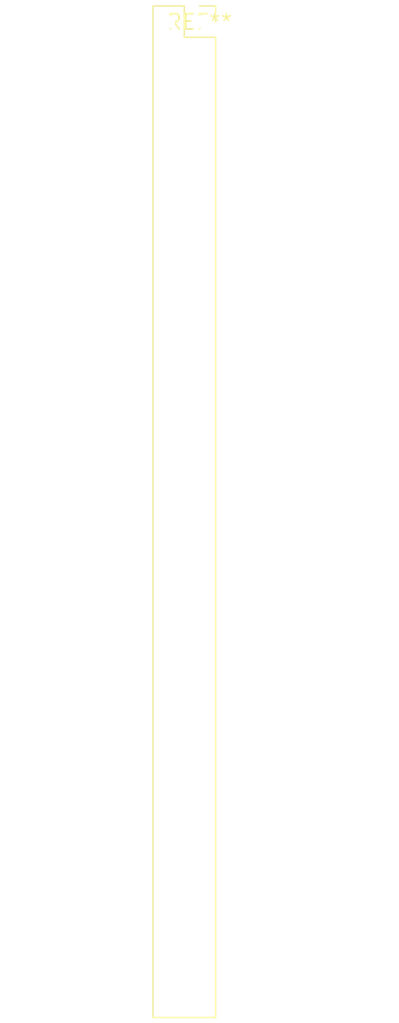
<source format=kicad_pcb>
(kicad_pcb (version 20240108) (generator pcbnew)
  (layers (0 "F.Cu" signal) (31 "B.Cu" signal) (34 "B.Paste" user) (35 "F.Paste" user) (36 "B.SilkS" user "B.Silkscreen") (37 "F.SilkS" user "F.Silkscreen") (38 "B.Mask" user) (39 "F.Mask" user) (44 "Edge.Cuts" user))
  (net 0 "")
  (footprint "PinSocket_2x33_P2.54mm_Vertical" (layer "F.Cu") (at 0 0)
    (property "Reference" "REF**")
    (property "Value" "PinSocket_2x33_P2.54mm_Vertical")
    (fp_line (start -3.87 -1.33) (end -3.87 82.61) (layer "F.SilkS") (stroke (width 0.12)))
    (fp_line (start -3.87 -1.33) (end -1.27 -1.33) (layer "F.SilkS") (stroke (width 0.12)))
    (fp_line (start -3.87 82.61) (end 1.33 82.61) (layer "F.SilkS") (stroke (width 0.12)))
    (fp_line (start -1.27 -1.33) (end -1.27 1.27) (layer "F.SilkS") (stroke (width 0.12)))
    (fp_line (start -1.27 1.27) (end 1.33 1.27) (layer "F.SilkS") (stroke (width 0.12)))
    (fp_line (start 0 -1.33) (end 1.33 -1.33) (layer "F.SilkS") (stroke (width 0.12)))
    (fp_line (start 1.33 -1.33) (end 1.33 0) (layer "F.SilkS") (stroke (width 0.12)))
    (fp_line (start 1.33 1.27) (end 1.33 82.61) (layer "F.SilkS") (stroke (width 0.12)))
    (pad "1" thru_hole rect (at 0 0) (size 1.7 1.7) (drill 1) (layers *.Cu *.Mask) (remove_unused_layers))
    (pad "2" thru_hole oval (at -2.54 0) (size 1.7 1.7) (drill 1) (layers *.Cu *.Mask) (remove_unused_layers))
    (pad "3" thru_hole oval (at 0 2.54) (size 1.7 1.7) (drill 1) (layers *.Cu *.Mask) (remove_unused_layers))
    (pad "4" thru_hole oval (at -2.54 2.54) (size 1.7 1.7) (drill 1) (layers *.Cu *.Mask) (remove_unused_layers))
    (pad "5" thru_hole oval (at 0 5.08) (size 1.7 1.7) (drill 1) (layers *.Cu *.Mask) (remove_unused_layers))
    (pad "6" thru_hole oval (at -2.54 5.08) (size 1.7 1.7) (drill 1) (layers *.Cu *.Mask) (remove_unused_layers))
    (pad "7" thru_hole oval (at 0 7.62) (size 1.7 1.7) (drill 1) (layers *.Cu *.Mask) (remove_unused_layers))
    (pad "8" thru_hole oval (at -2.54 7.62) (size 1.7 1.7) (drill 1) (layers *.Cu *.Mask) (remove_unused_layers))
    (pad "9" thru_hole oval (at 0 10.16) (size 1.7 1.7) (drill 1) (layers *.Cu *.Mask) (remove_unused_layers))
    (pad "10" thru_hole oval (at -2.54 10.16) (size 1.7 1.7) (drill 1) (layers *.Cu *.Mask) (remove_unused_layers))
    (pad "11" thru_hole oval (at 0 12.7) (size 1.7 1.7) (drill 1) (layers *.Cu *.Mask) (remove_unused_layers))
    (pad "12" thru_hole oval (at -2.54 12.7) (size 1.7 1.7) (drill 1) (layers *.Cu *.Mask) (remove_unused_layers))
    (pad "13" thru_hole oval (at 0 15.24) (size 1.7 1.7) (drill 1) (layers *.Cu *.Mask) (remove_unused_layers))
    (pad "14" thru_hole oval (at -2.54 15.24) (size 1.7 1.7) (drill 1) (layers *.Cu *.Mask) (remove_unused_layers))
    (pad "15" thru_hole oval (at 0 17.78) (size 1.7 1.7) (drill 1) (layers *.Cu *.Mask) (remove_unused_layers))
    (pad "16" thru_hole oval (at -2.54 17.78) (size 1.7 1.7) (drill 1) (layers *.Cu *.Mask) (remove_unused_layers))
    (pad "17" thru_hole oval (at 0 20.32) (size 1.7 1.7) (drill 1) (layers *.Cu *.Mask) (remove_unused_layers))
    (pad "18" thru_hole oval (at -2.54 20.32) (size 1.7 1.7) (drill 1) (layers *.Cu *.Mask) (remove_unused_layers))
    (pad "19" thru_hole oval (at 0 22.86) (size 1.7 1.7) (drill 1) (layers *.Cu *.Mask) (remove_unused_layers))
    (pad "20" thru_hole oval (at -2.54 22.86) (size 1.7 1.7) (drill 1) (layers *.Cu *.Mask) (remove_unused_layers))
    (pad "21" thru_hole oval (at 0 25.4) (size 1.7 1.7) (drill 1) (layers *.Cu *.Mask) (remove_unused_layers))
    (pad "22" thru_hole oval (at -2.54 25.4) (size 1.7 1.7) (drill 1) (layers *.Cu *.Mask) (remove_unused_layers))
    (pad "23" thru_hole oval (at 0 27.94) (size 1.7 1.7) (drill 1) (layers *.Cu *.Mask) (remove_unused_layers))
    (pad "24" thru_hole oval (at -2.54 27.94) (size 1.7 1.7) (drill 1) (layers *.Cu *.Mask) (remove_unused_layers))
    (pad "25" thru_hole oval (at 0 30.48) (size 1.7 1.7) (drill 1) (layers *.Cu *.Mask) (remove_unused_layers))
    (pad "26" thru_hole oval (at -2.54 30.48) (size 1.7 1.7) (drill 1) (layers *.Cu *.Mask) (remove_unused_layers))
    (pad "27" thru_hole oval (at 0 33.02) (size 1.7 1.7) (drill 1) (layers *.Cu *.Mask) (remove_unused_layers))
    (pad "28" thru_hole oval (at -2.54 33.02) (size 1.7 1.7) (drill 1) (layers *.Cu *.Mask) (remove_unused_layers))
    (pad "29" thru_hole oval (at 0 35.56) (size 1.7 1.7) (drill 1) (layers *.Cu *.Mask) (remove_unused_layers))
    (pad "30" thru_hole oval (at -2.54 35.56) (size 1.7 1.7) (drill 1) (layers *.Cu *.Mask) (remove_unused_layers))
    (pad "31" thru_hole oval (at 0 38.1) (size 1.7 1.7) (drill 1) (layers *.Cu *.Mask) (remove_unused_layers))
    (pad "32" thru_hole oval (at -2.54 38.1) (size 1.7 1.7) (drill 1) (layers *.Cu *.Mask) (remove_unused_layers))
    (pad "33" thru_hole oval (at 0 40.64) (size 1.7 1.7) (drill 1) (layers *.Cu *.Mask) (remove_unused_layers))
    (pad "34" thru_hole oval (at -2.54 40.64) (size 1.7 1.7) (drill 1) (layers *.Cu *.Mask) (remove_unused_layers))
    (pad "35" thru_hole oval (at 0 43.18) (size 1.7 1.7) (drill 1) (layers *.Cu *.Mask) (remove_unused_layers))
    (pad "36" thru_hole oval (at -2.54 43.18) (size 1.7 1.7) (drill 1) (layers *.Cu *.Mask) (remove_unused_layers))
    (pad "37" thru_hole oval (at 0 45.72) (size 1.7 1.7) (drill 1) (layers *.Cu *.Mask) (remove_unused_layers))
    (pad "38" thru_hole oval (at -2.54 45.72) (size 1.7 1.7) (drill 1) (layers *.Cu *.Mask) (remove_unused_layers))
    (pad "39" thru_hole oval (at 0 48.26) (size 1.7 1.7) (drill 1) (layers *.Cu *.Mask) (remove_unused_layers))
    (pad "40" thru_hole oval (at -2.54 48.26) (size 1.7 1.7) (drill 1) (layers *.Cu *.Mask) (remove_unused_layers))
    (pad "41" thru_hole oval (at 0 50.8) (size 1.7 1.7) (drill 1) (layers *.Cu *.Mask) (remove_unused_layers))
    (pad "42" thru_hole oval (at -2.54 50.8) (size 1.7 1.7) (drill 1) (layers *.Cu *.Mask) (remove_unused_layers))
    (pad "43" thru_hole oval (at 0 53.34) (size 1.7 1.7) (drill 1) (layers *.Cu *.Mask) (remove_unused_layers))
    (pad "44" thru_hole oval (at -2.54 53.34) (size 1.7 1.7) (drill 1) (layers *.Cu *.Mask) (remove_unused_layers))
    (pad "45" thru_hole oval (at 0 55.88) (size 1.7 1.7) (drill 1) (layers *.Cu *.Mask) (remove_unused_layers))
    (pad "46" thru_hole oval (at -2.54 55.88) (size 1.7 1.7) (drill 1) (layers *.Cu *.Mask) (remove_unused_layers))
    (pad "47" thru_hole oval (at 0 58.42) (size 1.7 1.7) (drill 1) (layers *.Cu *.Mask) (remove_unused_layers))
    (pad "48" thru_hole oval (at -2.54 58.42) (size 1.7 1.7) (drill 1) (layers *.Cu *.Mask) (remove_unused_layers))
    (pad "49" thru_hole oval (at 0 60.96) (size 1.7 1.7) (drill 1) (layers *.Cu *.Mask) (remove_unused_layers))
    (pad "50" thru_hole oval (at -2.54 60.96) (size 1.7 1.7) (drill 1) (layers *.Cu *.Mask) (remove_unused_layers))
    (pad "51" thru_hole oval (at 0 63.5) (size 1.7 1.7) (drill 1) (layers *.Cu *.Mask) (remove_unused_layers))
    (pad "52" thru_hole oval (at -2.54 63.5) (size 1.7 1.7) (drill 1) (layers *.Cu *.Mask) (remove_unused_layers))
    (pad "53" thru_hole oval (at 0 66.04) (size 1.7 1.7) (drill 1) (layers *.Cu *.Mask) (remove_unused_layers))
    (pad "54" thru_hole oval (at -2.54 66.04) (size 1.7 1.7) (drill 1) (layers *.Cu *.Mask) (remove_unused_layers))
    (pad "55" thru_hole oval (at 0 68.58) (size 1.7 1.7) (drill 1) (layers *.Cu *.Mask) (remove_unused_layers))
    (pad "56" thru_hole oval (at -2.54 68.58) (size 1.7 1.7) (drill 1) (layers *.Cu *.Mask) (remove_unused_layers))
    (pad "57" thru_hole oval (at 0 71.12) (size 1.7 1.7) (drill 1) (layers *.Cu *.Mask) (remove_unused_layers))
    (pad "58" thru_hole oval (at -2.54 71.12) (size 1.7 1.7) (drill 1) (layers *.Cu *.Mask) (remove_unused_layers))
    (pad "59" thru_hole oval (at 0 73.66) (size 1.7 1.7) (drill 1) (layers *.Cu *.Mask) (remove_unused_layers))
    (pad "60" thru_hole oval (at -2.54 73.66) (size 1.7 1.7) (drill 1) (layers *.Cu *.Mask) (remove_unused_layers))
    (pad "61" thru_hole oval (at 0 76.2) (size 1.7 1.7) (drill 1) (layers *.Cu *.Mask) (remove_unused_layers))
    (pad "62" thru_hole oval (at -2.54 76.2) (size 1.7 1.7) (drill 1) (layers *.Cu *.Mask) (remove_unused_layers))
    (pad "63" thru_hole oval (at 0 78.74) (size 1.7 1.7) (drill 1) (layers *.Cu *.Mask) (remove_unused_layers))
    (pad "64" thru_hole oval (at -2.54 78.74) (size 1.7 1.7) (drill 1) (layers *.Cu *.Mask) (remove_unused_layers))
    (pad "65" thru_hole oval (at 0 81.28) (size 1.7 1.7) (drill 1) (layers *.Cu *.Mask) (remove_unused_layers))
    (pad "66" thru_hole oval (at -2.54 81.28) (size 1.7 1.7) (drill 1) (layers *.Cu *.Mask) (remove_unused_layers))
  )
)
</source>
